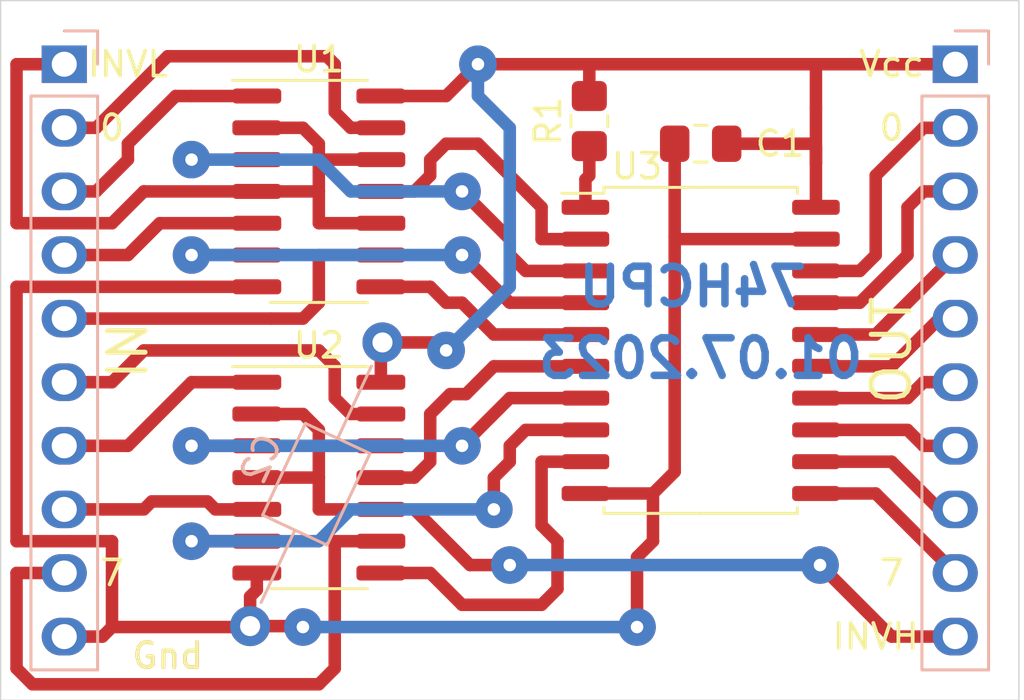
<source format=kicad_pcb>
(kicad_pcb (version 20171130) (host pcbnew "(5.1.8)-1")

  (general
    (thickness 1.6)
    (drawings 17)
    (tracks 226)
    (zones 0)
    (modules 8)
    (nets 30)
  )

  (page A4 portrait)
  (layers
    (0 F.Cu signal)
    (31 B.Cu signal)
    (32 B.Adhes user)
    (33 F.Adhes user)
    (34 B.Paste user)
    (35 F.Paste user)
    (36 B.SilkS user)
    (37 F.SilkS user)
    (38 B.Mask user)
    (39 F.Mask user)
    (40 Dwgs.User user)
    (41 Cmts.User user)
    (42 Eco1.User user)
    (43 Eco2.User user)
    (44 Edge.Cuts user)
    (45 Margin user)
    (46 B.CrtYd user)
    (47 F.CrtYd user)
    (48 B.Fab user)
    (49 F.Fab user)
  )

  (setup
    (last_trace_width 0.5)
    (user_trace_width 0.4)
    (user_trace_width 0.5)
    (user_trace_width 0.6)
    (user_trace_width 0.8)
    (trace_clearance 0.2)
    (zone_clearance 0.508)
    (zone_45_only no)
    (trace_min 0.4)
    (via_size 1.5)
    (via_drill 0.5)
    (via_min_size 1.5)
    (via_min_drill 0.5)
    (user_via 1.5 0.5)
    (uvia_size 0.3)
    (uvia_drill 0.1)
    (uvias_allowed no)
    (uvia_min_size 0.2)
    (uvia_min_drill 0.1)
    (edge_width 0.05)
    (segment_width 0.2)
    (pcb_text_width 0.3)
    (pcb_text_size 1.5 1.5)
    (mod_edge_width 0.12)
    (mod_text_size 1 1)
    (mod_text_width 0.15)
    (pad_size 1.524 1.524)
    (pad_drill 0.762)
    (pad_to_mask_clearance 0)
    (aux_axis_origin 76.2 38.1)
    (visible_elements 7FFFFFFF)
    (pcbplotparams
      (layerselection 0x010f0_ffffffff)
      (usegerberextensions true)
      (usegerberattributes false)
      (usegerberadvancedattributes false)
      (creategerberjobfile false)
      (excludeedgelayer true)
      (linewidth 0.100000)
      (plotframeref false)
      (viasonmask false)
      (mode 1)
      (useauxorigin true)
      (hpglpennumber 1)
      (hpglpenspeed 20)
      (hpglpendiameter 15.000000)
      (psnegative false)
      (psa4output false)
      (plotreference true)
      (plotvalue true)
      (plotinvisibletext false)
      (padsonsilk false)
      (subtractmaskfromsilk false)
      (outputformat 1)
      (mirror false)
      (drillshape 0)
      (scaleselection 1)
      (outputdirectory "gerber/"))
  )

  (net 0 "")
  (net 1 VCC)
  (net 2 GND)
  (net 3 /O7)
  (net 4 /O6)
  (net 5 /O5)
  (net 6 /O4)
  (net 7 /O3)
  (net 8 /O2)
  (net 9 /O1)
  (net 10 /O0)
  (net 11 /D7)
  (net 12 /D6)
  (net 13 /D5)
  (net 14 /D4)
  (net 15 /D3)
  (net 16 /D2)
  (net 17 /D1)
  (net 18 /D0)
  (net 19 /INVL)
  (net 20 /INVH)
  (net 21 "Net-(J2-Pad9)")
  (net 22 "Net-(J2-Pad8)")
  (net 23 "Net-(J2-Pad7)")
  (net 24 "Net-(J2-Pad6)")
  (net 25 "Net-(J2-Pad5)")
  (net 26 "Net-(J2-Pad4)")
  (net 27 "Net-(J2-Pad3)")
  (net 28 "Net-(J2-Pad2)")
  (net 29 "Net-(R1-Pad1)")

  (net_class Default "This is the default net class."
    (clearance 0.2)
    (trace_width 0.4)
    (via_dia 1.5)
    (via_drill 0.5)
    (uvia_dia 0.3)
    (uvia_drill 0.1)
    (diff_pair_width 0.5)
    (diff_pair_gap 0.25)
    (add_net /D0)
    (add_net /D1)
    (add_net /D2)
    (add_net /D3)
    (add_net /D4)
    (add_net /D5)
    (add_net /D6)
    (add_net /D7)
    (add_net /INVH)
    (add_net /INVL)
    (add_net /O0)
    (add_net /O1)
    (add_net /O2)
    (add_net /O3)
    (add_net /O4)
    (add_net /O5)
    (add_net /O6)
    (add_net /O7)
    (add_net GND)
    (add_net "Net-(J2-Pad2)")
    (add_net "Net-(J2-Pad3)")
    (add_net "Net-(J2-Pad4)")
    (add_net "Net-(J2-Pad5)")
    (add_net "Net-(J2-Pad6)")
    (add_net "Net-(J2-Pad7)")
    (add_net "Net-(J2-Pad8)")
    (add_net "Net-(J2-Pad9)")
    (add_net "Net-(R1-Pad1)")
    (add_net VCC)
  )

  (module Capacitor_SMD:C_0805_2012Metric_Pad1.18x1.45mm_HandSolder (layer F.Cu) (tedit 5F68FEEF) (tstamp 638673E5)
    (at 104.14 43.815 180)
    (descr "Capacitor SMD 0805 (2012 Metric), square (rectangular) end terminal, IPC_7351 nominal with elongated pad for handsoldering. (Body size source: IPC-SM-782 page 76, https://www.pcb-3d.com/wordpress/wp-content/uploads/ipc-sm-782a_amendment_1_and_2.pdf, https://docs.google.com/spreadsheets/d/1BsfQQcO9C6DZCsRaXUlFlo91Tg2WpOkGARC1WS5S8t0/edit?usp=sharing), generated with kicad-footprint-generator")
    (tags "capacitor handsolder")
    (path /6387E862)
    (attr smd)
    (fp_text reference C1 (at -3.175 0) (layer F.SilkS)
      (effects (font (size 1 1) (thickness 0.15)))
    )
    (fp_text value 0.1uF (at 0 1.68) (layer F.Fab)
      (effects (font (size 1 1) (thickness 0.15)))
    )
    (fp_text user %R (at 0 0) (layer F.Fab)
      (effects (font (size 0.5 0.5) (thickness 0.08)))
    )
    (fp_line (start -1 0.625) (end -1 -0.625) (layer F.Fab) (width 0.1))
    (fp_line (start -1 -0.625) (end 1 -0.625) (layer F.Fab) (width 0.1))
    (fp_line (start 1 -0.625) (end 1 0.625) (layer F.Fab) (width 0.1))
    (fp_line (start 1 0.625) (end -1 0.625) (layer F.Fab) (width 0.1))
    (fp_line (start -0.261252 -0.735) (end 0.261252 -0.735) (layer F.SilkS) (width 0.12))
    (fp_line (start -0.261252 0.735) (end 0.261252 0.735) (layer F.SilkS) (width 0.12))
    (fp_line (start -1.88 0.98) (end -1.88 -0.98) (layer F.CrtYd) (width 0.05))
    (fp_line (start -1.88 -0.98) (end 1.88 -0.98) (layer F.CrtYd) (width 0.05))
    (fp_line (start 1.88 -0.98) (end 1.88 0.98) (layer F.CrtYd) (width 0.05))
    (fp_line (start 1.88 0.98) (end -1.88 0.98) (layer F.CrtYd) (width 0.05))
    (pad 2 smd roundrect (at 1.0375 0 180) (size 1.175 1.45) (layers F.Cu F.Paste F.Mask) (roundrect_rratio 0.212766)
      (net 2 GND))
    (pad 1 smd roundrect (at -1.0375 0 180) (size 1.175 1.45) (layers F.Cu F.Paste F.Mask) (roundrect_rratio 0.212766)
      (net 1 VCC))
    (model ${KISYS3DMOD}/Capacitor_SMD.3dshapes/C_0805_2012Metric.wrl
      (at (xyz 0 0 0))
      (scale (xyz 1 1 1))
      (rotate (xyz 0 0 0))
    )
  )

  (module Capacitor_THT:C_Axial_L3.8mm_D2.6mm_P12.50mm_Horizontal (layer B.Cu) (tedit 5AE50EF0) (tstamp 649F74FD)
    (at 91.44 51.7525 245)
    (descr "C, Axial series, Axial, Horizontal, pin pitch=12.5mm, , length*diameter=3.8*2.6mm^2, http://www.vishay.com/docs/45231/arseries.pdf")
    (tags "C Axial series Axial Horizontal pin pitch 12.5mm  length 3.8mm diameter 2.6mm")
    (path /64A3782B)
    (fp_text reference C2 (at 6.25 2.42 245) (layer B.SilkS)
      (effects (font (size 1 1) (thickness 0.15)) (justify mirror))
    )
    (fp_text value 0.1uF (at 6.25 -2.42 245) (layer B.Fab)
      (effects (font (size 1 1) (thickness 0.15)) (justify mirror))
    )
    (fp_line (start 13.55 1.55) (end -1.05 1.55) (layer B.CrtYd) (width 0.05))
    (fp_line (start 13.55 -1.55) (end 13.55 1.55) (layer B.CrtYd) (width 0.05))
    (fp_line (start -1.05 -1.55) (end 13.55 -1.55) (layer B.CrtYd) (width 0.05))
    (fp_line (start -1.05 1.55) (end -1.05 -1.55) (layer B.CrtYd) (width 0.05))
    (fp_line (start 11.46 0) (end 8.27 0) (layer B.SilkS) (width 0.12))
    (fp_line (start 1.04 0) (end 4.23 0) (layer B.SilkS) (width 0.12))
    (fp_line (start 8.27 1.42) (end 4.23 1.42) (layer B.SilkS) (width 0.12))
    (fp_line (start 8.27 -1.42) (end 8.27 1.42) (layer B.SilkS) (width 0.12))
    (fp_line (start 4.23 -1.42) (end 8.27 -1.42) (layer B.SilkS) (width 0.12))
    (fp_line (start 4.23 1.42) (end 4.23 -1.42) (layer B.SilkS) (width 0.12))
    (fp_line (start 12.5 0) (end 8.15 0) (layer B.Fab) (width 0.1))
    (fp_line (start 0 0) (end 4.35 0) (layer B.Fab) (width 0.1))
    (fp_line (start 8.15 1.3) (end 4.35 1.3) (layer B.Fab) (width 0.1))
    (fp_line (start 8.15 -1.3) (end 8.15 1.3) (layer B.Fab) (width 0.1))
    (fp_line (start 4.35 -1.3) (end 8.15 -1.3) (layer B.Fab) (width 0.1))
    (fp_line (start 4.35 1.3) (end 4.35 -1.3) (layer B.Fab) (width 0.1))
    (fp_text user %R (at 6.25 0 245) (layer B.Fab)
      (effects (font (size 0.76 0.76) (thickness 0.114)) (justify mirror))
    )
    (pad 2 thru_hole oval (at 12.5 0 245) (size 1.6 1.6) (drill 0.8) (layers *.Cu *.Mask)
      (net 2 GND))
    (pad 1 thru_hole circle (at 0 0 245) (size 1.6 1.6) (drill 0.8) (layers *.Cu *.Mask)
      (net 1 VCC))
    (model ${KISYS3DMOD}/Capacitor_THT.3dshapes/C_Axial_L3.8mm_D2.6mm_P12.50mm_Horizontal.wrl
      (at (xyz 0 0 0))
      (scale (xyz 1 1 1))
      (rotate (xyz 0 0 0))
    )
  )

  (module Resistor_SMD:R_0805_2012Metric_Pad1.20x1.40mm_HandSolder (layer F.Cu) (tedit 5F68FEEE) (tstamp 649F711E)
    (at 99.695 42.91 90)
    (descr "Resistor SMD 0805 (2012 Metric), square (rectangular) end terminal, IPC_7351 nominal with elongated pad for handsoldering. (Body size source: IPC-SM-782 page 72, https://www.pcb-3d.com/wordpress/wp-content/uploads/ipc-sm-782a_amendment_1_and_2.pdf), generated with kicad-footprint-generator")
    (tags "resistor handsolder")
    (path /64A261F6)
    (attr smd)
    (fp_text reference R1 (at 0 -1.65 90) (layer F.SilkS)
      (effects (font (size 1 1) (thickness 0.15)))
    )
    (fp_text value 10k (at 0 1.65 90) (layer F.Fab)
      (effects (font (size 1 1) (thickness 0.15)))
    )
    (fp_line (start 1.85 0.95) (end -1.85 0.95) (layer F.CrtYd) (width 0.05))
    (fp_line (start 1.85 -0.95) (end 1.85 0.95) (layer F.CrtYd) (width 0.05))
    (fp_line (start -1.85 -0.95) (end 1.85 -0.95) (layer F.CrtYd) (width 0.05))
    (fp_line (start -1.85 0.95) (end -1.85 -0.95) (layer F.CrtYd) (width 0.05))
    (fp_line (start -0.227064 0.735) (end 0.227064 0.735) (layer F.SilkS) (width 0.12))
    (fp_line (start -0.227064 -0.735) (end 0.227064 -0.735) (layer F.SilkS) (width 0.12))
    (fp_line (start 1 0.625) (end -1 0.625) (layer F.Fab) (width 0.1))
    (fp_line (start 1 -0.625) (end 1 0.625) (layer F.Fab) (width 0.1))
    (fp_line (start -1 -0.625) (end 1 -0.625) (layer F.Fab) (width 0.1))
    (fp_line (start -1 0.625) (end -1 -0.625) (layer F.Fab) (width 0.1))
    (fp_text user %R (at 0 0 90) (layer F.Fab)
      (effects (font (size 0.5 0.5) (thickness 0.08)))
    )
    (pad 2 smd roundrect (at 1 0 90) (size 1.2 1.4) (layers F.Cu F.Paste F.Mask) (roundrect_rratio 0.208333)
      (net 1 VCC))
    (pad 1 smd roundrect (at -1 0 90) (size 1.2 1.4) (layers F.Cu F.Paste F.Mask) (roundrect_rratio 0.208333)
      (net 29 "Net-(R1-Pad1)"))
    (model ${KISYS3DMOD}/Resistor_SMD.3dshapes/R_0805_2012Metric.wrl
      (at (xyz 0 0 0))
      (scale (xyz 1 1 1))
      (rotate (xyz 0 0 0))
    )
  )

  (module Package_SO:SOP-20_7.5x12.8mm_P1.27mm (layer F.Cu) (tedit 5F4D0A3D) (tstamp 649F5C94)
    (at 104.14 52.07)
    (descr "SOP, 20 Pin (https://www.holtek.com/documents/10179/116723/sop20-300.pdf), generated with kicad-footprint-generator ipc_gullwing_generator.py")
    (tags "SOP SO")
    (path /649F7611)
    (attr smd)
    (fp_text reference U3 (at -2.54 -7.35) (layer F.SilkS)
      (effects (font (size 1 1) (thickness 0.15)))
    )
    (fp_text value 74HC245 (at 0 7.35) (layer F.Fab)
      (effects (font (size 1 1) (thickness 0.15)))
    )
    (fp_line (start 0 6.51) (end 3.86 6.51) (layer F.SilkS) (width 0.12))
    (fp_line (start 3.86 6.51) (end 3.86 6.275) (layer F.SilkS) (width 0.12))
    (fp_line (start 0 6.51) (end -3.86 6.51) (layer F.SilkS) (width 0.12))
    (fp_line (start -3.86 6.51) (end -3.86 6.275) (layer F.SilkS) (width 0.12))
    (fp_line (start 0 -6.51) (end 3.86 -6.51) (layer F.SilkS) (width 0.12))
    (fp_line (start 3.86 -6.51) (end 3.86 -6.275) (layer F.SilkS) (width 0.12))
    (fp_line (start 0 -6.51) (end -3.86 -6.51) (layer F.SilkS) (width 0.12))
    (fp_line (start -3.86 -6.51) (end -3.86 -6.275) (layer F.SilkS) (width 0.12))
    (fp_line (start -3.86 -6.275) (end -5.55 -6.275) (layer F.SilkS) (width 0.12))
    (fp_line (start -2.75 -6.4) (end 3.75 -6.4) (layer F.Fab) (width 0.1))
    (fp_line (start 3.75 -6.4) (end 3.75 6.4) (layer F.Fab) (width 0.1))
    (fp_line (start 3.75 6.4) (end -3.75 6.4) (layer F.Fab) (width 0.1))
    (fp_line (start -3.75 6.4) (end -3.75 -5.4) (layer F.Fab) (width 0.1))
    (fp_line (start -3.75 -5.4) (end -2.75 -6.4) (layer F.Fab) (width 0.1))
    (fp_line (start -5.8 -6.65) (end -5.8 6.65) (layer F.CrtYd) (width 0.05))
    (fp_line (start -5.8 6.65) (end 5.8 6.65) (layer F.CrtYd) (width 0.05))
    (fp_line (start 5.8 6.65) (end 5.8 -6.65) (layer F.CrtYd) (width 0.05))
    (fp_line (start 5.8 -6.65) (end -5.8 -6.65) (layer F.CrtYd) (width 0.05))
    (fp_text user %R (at 0 0) (layer F.Fab)
      (effects (font (size 1 1) (thickness 0.15)))
    )
    (pad 20 smd roundrect (at 4.6 -5.715) (size 1.9 0.6) (layers F.Cu F.Paste F.Mask) (roundrect_rratio 0.25)
      (net 1 VCC))
    (pad 19 smd roundrect (at 4.6 -4.445) (size 1.9 0.6) (layers F.Cu F.Paste F.Mask) (roundrect_rratio 0.25)
      (net 2 GND))
    (pad 18 smd roundrect (at 4.6 -3.175) (size 1.9 0.6) (layers F.Cu F.Paste F.Mask) (roundrect_rratio 0.25)
      (net 28 "Net-(J2-Pad2)"))
    (pad 17 smd roundrect (at 4.6 -1.905) (size 1.9 0.6) (layers F.Cu F.Paste F.Mask) (roundrect_rratio 0.25)
      (net 27 "Net-(J2-Pad3)"))
    (pad 16 smd roundrect (at 4.6 -0.635) (size 1.9 0.6) (layers F.Cu F.Paste F.Mask) (roundrect_rratio 0.25)
      (net 26 "Net-(J2-Pad4)"))
    (pad 15 smd roundrect (at 4.6 0.635) (size 1.9 0.6) (layers F.Cu F.Paste F.Mask) (roundrect_rratio 0.25)
      (net 25 "Net-(J2-Pad5)"))
    (pad 14 smd roundrect (at 4.6 1.905) (size 1.9 0.6) (layers F.Cu F.Paste F.Mask) (roundrect_rratio 0.25)
      (net 24 "Net-(J2-Pad6)"))
    (pad 13 smd roundrect (at 4.6 3.175) (size 1.9 0.6) (layers F.Cu F.Paste F.Mask) (roundrect_rratio 0.25)
      (net 23 "Net-(J2-Pad7)"))
    (pad 12 smd roundrect (at 4.6 4.445) (size 1.9 0.6) (layers F.Cu F.Paste F.Mask) (roundrect_rratio 0.25)
      (net 22 "Net-(J2-Pad8)"))
    (pad 11 smd roundrect (at 4.6 5.715) (size 1.9 0.6) (layers F.Cu F.Paste F.Mask) (roundrect_rratio 0.25)
      (net 21 "Net-(J2-Pad9)"))
    (pad 10 smd roundrect (at -4.6 5.715) (size 1.9 0.6) (layers F.Cu F.Paste F.Mask) (roundrect_rratio 0.25)
      (net 2 GND))
    (pad 9 smd roundrect (at -4.6 4.445) (size 1.9 0.6) (layers F.Cu F.Paste F.Mask) (roundrect_rratio 0.25)
      (net 3 /O7))
    (pad 8 smd roundrect (at -4.6 3.175) (size 1.9 0.6) (layers F.Cu F.Paste F.Mask) (roundrect_rratio 0.25)
      (net 4 /O6))
    (pad 7 smd roundrect (at -4.6 1.905) (size 1.9 0.6) (layers F.Cu F.Paste F.Mask) (roundrect_rratio 0.25)
      (net 5 /O5))
    (pad 6 smd roundrect (at -4.6 0.635) (size 1.9 0.6) (layers F.Cu F.Paste F.Mask) (roundrect_rratio 0.25)
      (net 6 /O4))
    (pad 5 smd roundrect (at -4.6 -0.635) (size 1.9 0.6) (layers F.Cu F.Paste F.Mask) (roundrect_rratio 0.25)
      (net 7 /O3))
    (pad 4 smd roundrect (at -4.6 -1.905) (size 1.9 0.6) (layers F.Cu F.Paste F.Mask) (roundrect_rratio 0.25)
      (net 8 /O2))
    (pad 3 smd roundrect (at -4.6 -3.175) (size 1.9 0.6) (layers F.Cu F.Paste F.Mask) (roundrect_rratio 0.25)
      (net 9 /O1))
    (pad 2 smd roundrect (at -4.6 -4.445) (size 1.9 0.6) (layers F.Cu F.Paste F.Mask) (roundrect_rratio 0.25)
      (net 10 /O0))
    (pad 1 smd roundrect (at -4.6 -5.715) (size 1.9 0.6) (layers F.Cu F.Paste F.Mask) (roundrect_rratio 0.25)
      (net 29 "Net-(R1-Pad1)"))
    (model ${KISYS3DMOD}/Package_SO.3dshapes/SOP-20_7.5x12.8mm_P1.27mm.wrl
      (at (xyz 0 0 0))
      (scale (xyz 1 1 1))
      (rotate (xyz 0 0 0))
    )
  )

  (module Connector_PinHeader_2.54mm:PinHeader_1x10_P2.54mm_Vertical (layer B.Cu) (tedit 59FED5CC) (tstamp 63867421)
    (at 114.3 40.64 180)
    (descr "Through hole straight pin header, 1x10, 2.54mm pitch, single row")
    (tags "Through hole pin header THT 1x10 2.54mm single row")
    (path /638C9111)
    (fp_text reference J2 (at 2.54 1.27) (layer B.SilkS) hide
      (effects (font (size 1 1) (thickness 0.15)) (justify mirror))
    )
    (fp_text value Conn_01x10_Male (at -1.905 -11.43 90) (layer B.Fab)
      (effects (font (size 1 1) (thickness 0.15)) (justify mirror))
    )
    (fp_line (start 1.8 1.8) (end -1.8 1.8) (layer B.CrtYd) (width 0.05))
    (fp_line (start 1.8 -24.65) (end 1.8 1.8) (layer B.CrtYd) (width 0.05))
    (fp_line (start -1.8 -24.65) (end 1.8 -24.65) (layer B.CrtYd) (width 0.05))
    (fp_line (start -1.8 1.8) (end -1.8 -24.65) (layer B.CrtYd) (width 0.05))
    (fp_line (start -1.33 1.33) (end 0 1.33) (layer B.SilkS) (width 0.12))
    (fp_line (start -1.33 0) (end -1.33 1.33) (layer B.SilkS) (width 0.12))
    (fp_line (start -1.33 -1.27) (end 1.33 -1.27) (layer B.SilkS) (width 0.12))
    (fp_line (start 1.33 -1.27) (end 1.33 -24.19) (layer B.SilkS) (width 0.12))
    (fp_line (start -1.33 -1.27) (end -1.33 -24.19) (layer B.SilkS) (width 0.12))
    (fp_line (start -1.33 -24.19) (end 1.33 -24.19) (layer B.SilkS) (width 0.12))
    (fp_line (start -1.27 0.635) (end -0.635 1.27) (layer B.Fab) (width 0.1))
    (fp_line (start -1.27 -24.13) (end -1.27 0.635) (layer B.Fab) (width 0.1))
    (fp_line (start 1.27 -24.13) (end -1.27 -24.13) (layer B.Fab) (width 0.1))
    (fp_line (start 1.27 1.27) (end 1.27 -24.13) (layer B.Fab) (width 0.1))
    (fp_line (start -0.635 1.27) (end 1.27 1.27) (layer B.Fab) (width 0.1))
    (fp_text user %R (at 0 -11.43 270) (layer B.Fab)
      (effects (font (size 1 1) (thickness 0.15)) (justify mirror))
    )
    (pad 10 thru_hole oval (at 0 -22.86 180) (size 1.8 1.5) (drill 1) (layers *.Cu *.Mask)
      (net 20 /INVH))
    (pad 9 thru_hole oval (at 0 -20.32 180) (size 1.8 1.5) (drill 1) (layers *.Cu *.Mask)
      (net 21 "Net-(J2-Pad9)"))
    (pad 8 thru_hole oval (at 0 -17.78 180) (size 1.8 1.5) (drill 1) (layers *.Cu *.Mask)
      (net 22 "Net-(J2-Pad8)"))
    (pad 7 thru_hole oval (at 0 -15.24 180) (size 1.8 1.5) (drill 1) (layers *.Cu *.Mask)
      (net 23 "Net-(J2-Pad7)"))
    (pad 6 thru_hole oval (at 0 -12.7 180) (size 1.8 1.5) (drill 1) (layers *.Cu *.Mask)
      (net 24 "Net-(J2-Pad6)"))
    (pad 5 thru_hole oval (at 0 -10.16 180) (size 1.8 1.5) (drill 1) (layers *.Cu *.Mask)
      (net 25 "Net-(J2-Pad5)"))
    (pad 4 thru_hole oval (at 0 -7.62 180) (size 1.8 1.5) (drill 1) (layers *.Cu *.Mask)
      (net 26 "Net-(J2-Pad4)"))
    (pad 3 thru_hole oval (at 0 -5.08 180) (size 1.8 1.5) (drill 1) (layers *.Cu *.Mask)
      (net 27 "Net-(J2-Pad3)"))
    (pad 2 thru_hole oval (at 0 -2.54 180) (size 1.8 1.5) (drill 1) (layers *.Cu *.Mask)
      (net 28 "Net-(J2-Pad2)"))
    (pad 1 thru_hole rect (at 0 0 180) (size 1.8 1.5) (drill 1) (layers *.Cu *.Mask)
      (net 1 VCC))
    (model ${KISYS3DMOD}/Connector_PinHeader_2.54mm.3dshapes/PinHeader_1x10_P2.54mm_Vertical.wrl
      (at (xyz 0 0 0))
      (scale (xyz 1 1 1))
      (rotate (xyz 0 0 0))
    )
  )

  (module Connector_PinHeader_2.54mm:PinHeader_1x10_P2.54mm_Vertical (layer B.Cu) (tedit 59FED5CC) (tstamp 63867403)
    (at 78.74 40.64 180)
    (descr "Through hole straight pin header, 1x10, 2.54mm pitch, single row")
    (tags "Through hole pin header THT 1x10 2.54mm single row")
    (path /638C75A4)
    (fp_text reference J1 (at -2.54 1.27) (layer B.SilkS) hide
      (effects (font (size 1 1) (thickness 0.15)) (justify mirror))
    )
    (fp_text value Conn_01x10_Male (at 1.27 -11.43 90) (layer B.Fab)
      (effects (font (size 1 1) (thickness 0.15)) (justify mirror))
    )
    (fp_line (start 1.8 1.8) (end -1.8 1.8) (layer B.CrtYd) (width 0.05))
    (fp_line (start 1.8 -24.65) (end 1.8 1.8) (layer B.CrtYd) (width 0.05))
    (fp_line (start -1.8 -24.65) (end 1.8 -24.65) (layer B.CrtYd) (width 0.05))
    (fp_line (start -1.8 1.8) (end -1.8 -24.65) (layer B.CrtYd) (width 0.05))
    (fp_line (start -1.33 1.33) (end 0 1.33) (layer B.SilkS) (width 0.12))
    (fp_line (start -1.33 0) (end -1.33 1.33) (layer B.SilkS) (width 0.12))
    (fp_line (start -1.33 -1.27) (end 1.33 -1.27) (layer B.SilkS) (width 0.12))
    (fp_line (start 1.33 -1.27) (end 1.33 -24.19) (layer B.SilkS) (width 0.12))
    (fp_line (start -1.33 -1.27) (end -1.33 -24.19) (layer B.SilkS) (width 0.12))
    (fp_line (start -1.33 -24.19) (end 1.33 -24.19) (layer B.SilkS) (width 0.12))
    (fp_line (start -1.27 0.635) (end -0.635 1.27) (layer B.Fab) (width 0.1))
    (fp_line (start -1.27 -24.13) (end -1.27 0.635) (layer B.Fab) (width 0.1))
    (fp_line (start 1.27 -24.13) (end -1.27 -24.13) (layer B.Fab) (width 0.1))
    (fp_line (start 1.27 1.27) (end 1.27 -24.13) (layer B.Fab) (width 0.1))
    (fp_line (start -0.635 1.27) (end 1.27 1.27) (layer B.Fab) (width 0.1))
    (fp_text user %R (at 0 -11.43 270) (layer B.Fab)
      (effects (font (size 1 1) (thickness 0.15)) (justify mirror))
    )
    (pad 10 thru_hole oval (at 0 -22.86 180) (size 1.8 1.5) (drill 1) (layers *.Cu *.Mask)
      (net 2 GND))
    (pad 9 thru_hole oval (at 0 -20.32 180) (size 1.8 1.5) (drill 1) (layers *.Cu *.Mask)
      (net 11 /D7))
    (pad 8 thru_hole oval (at 0 -17.78 180) (size 1.8 1.5) (drill 1) (layers *.Cu *.Mask)
      (net 12 /D6))
    (pad 7 thru_hole oval (at 0 -15.24 180) (size 1.8 1.5) (drill 1) (layers *.Cu *.Mask)
      (net 13 /D5))
    (pad 6 thru_hole oval (at 0 -12.7 180) (size 1.8 1.5) (drill 1) (layers *.Cu *.Mask)
      (net 14 /D4))
    (pad 5 thru_hole oval (at 0 -10.16 180) (size 1.8 1.5) (drill 1) (layers *.Cu *.Mask)
      (net 15 /D3))
    (pad 4 thru_hole oval (at 0 -7.62 180) (size 1.8 1.5) (drill 1) (layers *.Cu *.Mask)
      (net 16 /D2))
    (pad 3 thru_hole oval (at 0 -5.08 180) (size 1.8 1.5) (drill 1) (layers *.Cu *.Mask)
      (net 17 /D1))
    (pad 2 thru_hole oval (at 0 -2.54 180) (size 1.8 1.5) (drill 1) (layers *.Cu *.Mask)
      (net 18 /D0))
    (pad 1 thru_hole rect (at 0 0 180) (size 1.8 1.5) (drill 1) (layers *.Cu *.Mask)
      (net 19 /INVL))
    (model ${KISYS3DMOD}/Connector_PinHeader_2.54mm.3dshapes/PinHeader_1x10_P2.54mm_Vertical.wrl
      (at (xyz 0 0 0))
      (scale (xyz 1 1 1))
      (rotate (xyz 0 0 0))
    )
  )

  (module Package_SO:SO-14_3.9x8.65mm_P1.27mm (layer F.Cu) (tedit 5F427CE7) (tstamp 63866E4D)
    (at 88.9 45.72)
    (descr "SO, 14 Pin (https://www.st.com/resource/en/datasheet/l6491.pdf), generated with kicad-footprint-generator ipc_gullwing_generator.py")
    (tags "SO SO")
    (path /63868234)
    (attr smd)
    (fp_text reference U1 (at 0 -5.28) (layer F.SilkS)
      (effects (font (size 1 1) (thickness 0.15)))
    )
    (fp_text value 74HC86 (at 0 5.28) (layer F.Fab)
      (effects (font (size 1 1) (thickness 0.15)))
    )
    (fp_line (start 3.7 -4.58) (end -3.7 -4.58) (layer F.CrtYd) (width 0.05))
    (fp_line (start 3.7 4.58) (end 3.7 -4.58) (layer F.CrtYd) (width 0.05))
    (fp_line (start -3.7 4.58) (end 3.7 4.58) (layer F.CrtYd) (width 0.05))
    (fp_line (start -3.7 -4.58) (end -3.7 4.58) (layer F.CrtYd) (width 0.05))
    (fp_line (start -1.95 -3.35) (end -0.975 -4.325) (layer F.Fab) (width 0.1))
    (fp_line (start -1.95 4.325) (end -1.95 -3.35) (layer F.Fab) (width 0.1))
    (fp_line (start 1.95 4.325) (end -1.95 4.325) (layer F.Fab) (width 0.1))
    (fp_line (start 1.95 -4.325) (end 1.95 4.325) (layer F.Fab) (width 0.1))
    (fp_line (start -0.975 -4.325) (end 1.95 -4.325) (layer F.Fab) (width 0.1))
    (fp_line (start 0 -4.435) (end -3.45 -4.435) (layer F.SilkS) (width 0.12))
    (fp_line (start 0 -4.435) (end 1.95 -4.435) (layer F.SilkS) (width 0.12))
    (fp_line (start 0 4.435) (end -1.95 4.435) (layer F.SilkS) (width 0.12))
    (fp_line (start 0 4.435) (end 1.95 4.435) (layer F.SilkS) (width 0.12))
    (fp_text user %R (at 0 0) (layer F.Fab)
      (effects (font (size 0.98 0.98) (thickness 0.15)))
    )
    (pad 1 smd roundrect (at -2.475 -3.81) (size 1.95 0.6) (layers F.Cu F.Paste F.Mask) (roundrect_rratio 0.25)
      (net 17 /D1))
    (pad 2 smd roundrect (at -2.475 -2.54) (size 1.95 0.6) (layers F.Cu F.Paste F.Mask) (roundrect_rratio 0.25)
      (net 19 /INVL))
    (pad 3 smd roundrect (at -2.475 -1.27) (size 1.95 0.6) (layers F.Cu F.Paste F.Mask) (roundrect_rratio 0.25)
      (net 9 /O1))
    (pad 4 smd roundrect (at -2.475 0) (size 1.95 0.6) (layers F.Cu F.Paste F.Mask) (roundrect_rratio 0.25)
      (net 19 /INVL))
    (pad 5 smd roundrect (at -2.475 1.27) (size 1.95 0.6) (layers F.Cu F.Paste F.Mask) (roundrect_rratio 0.25)
      (net 16 /D2))
    (pad 6 smd roundrect (at -2.475 2.54) (size 1.95 0.6) (layers F.Cu F.Paste F.Mask) (roundrect_rratio 0.25)
      (net 8 /O2))
    (pad 7 smd roundrect (at -2.475 3.81) (size 1.95 0.6) (layers F.Cu F.Paste F.Mask) (roundrect_rratio 0.25)
      (net 2 GND))
    (pad 8 smd roundrect (at 2.475 3.81) (size 1.95 0.6) (layers F.Cu F.Paste F.Mask) (roundrect_rratio 0.25)
      (net 7 /O3))
    (pad 9 smd roundrect (at 2.475 2.54) (size 1.95 0.6) (layers F.Cu F.Paste F.Mask) (roundrect_rratio 0.25)
      (net 15 /D3))
    (pad 10 smd roundrect (at 2.475 1.27) (size 1.95 0.6) (layers F.Cu F.Paste F.Mask) (roundrect_rratio 0.25)
      (net 19 /INVL))
    (pad 11 smd roundrect (at 2.475 0) (size 1.95 0.6) (layers F.Cu F.Paste F.Mask) (roundrect_rratio 0.25)
      (net 10 /O0))
    (pad 12 smd roundrect (at 2.475 -1.27) (size 1.95 0.6) (layers F.Cu F.Paste F.Mask) (roundrect_rratio 0.25)
      (net 19 /INVL))
    (pad 13 smd roundrect (at 2.475 -2.54) (size 1.95 0.6) (layers F.Cu F.Paste F.Mask) (roundrect_rratio 0.25)
      (net 18 /D0))
    (pad 14 smd roundrect (at 2.475 -3.81) (size 1.95 0.6) (layers F.Cu F.Paste F.Mask) (roundrect_rratio 0.25)
      (net 1 VCC))
    (model ${KISYS3DMOD}/Package_SO.3dshapes/SO-14_3.9x8.65mm_P1.27mm.wrl
      (at (xyz 0 0 0))
      (scale (xyz 1 1 1))
      (rotate (xyz 0 0 0))
    )
  )

  (module Package_SO:SO-14_3.9x8.65mm_P1.27mm (layer F.Cu) (tedit 5F427CE7) (tstamp 63866E6D)
    (at 88.9 57.15)
    (descr "SO, 14 Pin (https://www.st.com/resource/en/datasheet/l6491.pdf), generated with kicad-footprint-generator ipc_gullwing_generator.py")
    (tags "SO SO")
    (path /63875B1D)
    (attr smd)
    (fp_text reference U2 (at 0 -5.28) (layer F.SilkS)
      (effects (font (size 1 1) (thickness 0.15)))
    )
    (fp_text value 74HC86 (at 0 5.28) (layer F.Fab)
      (effects (font (size 1 1) (thickness 0.15)))
    )
    (fp_line (start 0 4.435) (end 1.95 4.435) (layer F.SilkS) (width 0.12))
    (fp_line (start 0 4.435) (end -1.95 4.435) (layer F.SilkS) (width 0.12))
    (fp_line (start 0 -4.435) (end 1.95 -4.435) (layer F.SilkS) (width 0.12))
    (fp_line (start 0 -4.435) (end -3.45 -4.435) (layer F.SilkS) (width 0.12))
    (fp_line (start -0.975 -4.325) (end 1.95 -4.325) (layer F.Fab) (width 0.1))
    (fp_line (start 1.95 -4.325) (end 1.95 4.325) (layer F.Fab) (width 0.1))
    (fp_line (start 1.95 4.325) (end -1.95 4.325) (layer F.Fab) (width 0.1))
    (fp_line (start -1.95 4.325) (end -1.95 -3.35) (layer F.Fab) (width 0.1))
    (fp_line (start -1.95 -3.35) (end -0.975 -4.325) (layer F.Fab) (width 0.1))
    (fp_line (start -3.7 -4.58) (end -3.7 4.58) (layer F.CrtYd) (width 0.05))
    (fp_line (start -3.7 4.58) (end 3.7 4.58) (layer F.CrtYd) (width 0.05))
    (fp_line (start 3.7 4.58) (end 3.7 -4.58) (layer F.CrtYd) (width 0.05))
    (fp_line (start 3.7 -4.58) (end -3.7 -4.58) (layer F.CrtYd) (width 0.05))
    (fp_text user %R (at 0 0) (layer F.Fab)
      (effects (font (size 0.98 0.98) (thickness 0.15)))
    )
    (pad 14 smd roundrect (at 2.475 -3.81) (size 1.95 0.6) (layers F.Cu F.Paste F.Mask) (roundrect_rratio 0.25)
      (net 1 VCC))
    (pad 13 smd roundrect (at 2.475 -2.54) (size 1.95 0.6) (layers F.Cu F.Paste F.Mask) (roundrect_rratio 0.25)
      (net 14 /D4))
    (pad 12 smd roundrect (at 2.475 -1.27) (size 1.95 0.6) (layers F.Cu F.Paste F.Mask) (roundrect_rratio 0.25)
      (net 20 /INVH))
    (pad 11 smd roundrect (at 2.475 0) (size 1.95 0.6) (layers F.Cu F.Paste F.Mask) (roundrect_rratio 0.25)
      (net 6 /O4))
    (pad 10 smd roundrect (at 2.475 1.27) (size 1.95 0.6) (layers F.Cu F.Paste F.Mask) (roundrect_rratio 0.25)
      (net 20 /INVH))
    (pad 9 smd roundrect (at 2.475 2.54) (size 1.95 0.6) (layers F.Cu F.Paste F.Mask) (roundrect_rratio 0.25)
      (net 11 /D7))
    (pad 8 smd roundrect (at 2.475 3.81) (size 1.95 0.6) (layers F.Cu F.Paste F.Mask) (roundrect_rratio 0.25)
      (net 3 /O7))
    (pad 7 smd roundrect (at -2.475 3.81) (size 1.95 0.6) (layers F.Cu F.Paste F.Mask) (roundrect_rratio 0.25)
      (net 2 GND))
    (pad 6 smd roundrect (at -2.475 2.54) (size 1.95 0.6) (layers F.Cu F.Paste F.Mask) (roundrect_rratio 0.25)
      (net 4 /O6))
    (pad 5 smd roundrect (at -2.475 1.27) (size 1.95 0.6) (layers F.Cu F.Paste F.Mask) (roundrect_rratio 0.25)
      (net 12 /D6))
    (pad 4 smd roundrect (at -2.475 0) (size 1.95 0.6) (layers F.Cu F.Paste F.Mask) (roundrect_rratio 0.25)
      (net 20 /INVH))
    (pad 3 smd roundrect (at -2.475 -1.27) (size 1.95 0.6) (layers F.Cu F.Paste F.Mask) (roundrect_rratio 0.25)
      (net 5 /O5))
    (pad 2 smd roundrect (at -2.475 -2.54) (size 1.95 0.6) (layers F.Cu F.Paste F.Mask) (roundrect_rratio 0.25)
      (net 20 /INVH))
    (pad 1 smd roundrect (at -2.475 -3.81) (size 1.95 0.6) (layers F.Cu F.Paste F.Mask) (roundrect_rratio 0.25)
      (net 13 /D5))
    (model ${KISYS3DMOD}/Package_SO.3dshapes/SO-14_3.9x8.65mm_P1.27mm.wrl
      (at (xyz 0 0 0))
      (scale (xyz 1 1 1))
      (rotate (xyz 0 0 0))
    )
  )

  (gr_text INVH (at 111.125 63.5) (layer F.SilkS) (tstamp 649DF5AA)
    (effects (font (size 1 1) (thickness 0.15)))
  )
  (gr_text INVL (at 81.28 40.64) (layer F.SilkS)
    (effects (font (size 1 1) (thickness 0.15)))
  )
  (gr_text Gnd (at 82.8675 64.262) (layer F.Cu) (tstamp 63843D85)
    (effects (font (size 1 1) (thickness 0.15)))
  )
  (gr_text 7 (at 111.76 60.96) (layer F.SilkS)
    (effects (font (size 1 1) (thickness 0.15)))
  )
  (gr_text 0 (at 111.76 43.18) (layer F.SilkS)
    (effects (font (size 1 1) (thickness 0.15)))
  )
  (gr_text 7 (at 80.645 60.96) (layer F.SilkS)
    (effects (font (size 1 1) (thickness 0.15)))
  )
  (gr_text 0 (at 80.645 43.18) (layer F.SilkS)
    (effects (font (size 1 1) (thickness 0.15)))
  )
  (gr_text OUT (at 111.76 52.07 90) (layer F.SilkS) (tstamp 63843B19)
    (effects (font (size 1.5 1.5) (thickness 0.2)))
  )
  (gr_text IN (at 81.28 52.07 90) (layer F.SilkS)
    (effects (font (size 1.5 1.5) (thickness 0.2)))
  )
  (gr_text Gnd (at 82.8675 64.262) (layer F.SilkS)
    (effects (font (size 1 1) (thickness 0.15)))
  )
  (gr_text Vcc (at 111.76 40.64) (layer F.SilkS)
    (effects (font (size 1 1) (thickness 0.15)))
  )
  (gr_text 74HCPU (at 103.8225 49.53) (layer B.Cu) (tstamp 63843981)
    (effects (font (size 1.5 1.5) (thickness 0.3)) (justify mirror))
  )
  (gr_text 01.07.2023 (at 104.14 52.3875) (layer B.Cu)
    (effects (font (size 1.5 1.5) (thickness 0.3)) (justify mirror))
  )
  (gr_line (start 76.2 38.1) (end 76.2 66.04) (layer Edge.Cuts) (width 0.05) (tstamp 6383F8D8))
  (gr_line (start 116.84 38.1) (end 76.2 38.1) (layer Edge.Cuts) (width 0.05))
  (gr_line (start 116.84 66.04) (end 116.84 38.1) (layer Edge.Cuts) (width 0.05))
  (gr_line (start 76.2 66.04) (end 116.84 66.04) (layer Edge.Cuts) (width 0.05))

  (segment (start 93.98 41.91) (end 95.25 40.64) (width 0.5) (layer F.Cu) (net 1))
  (segment (start 91.375 41.91) (end 93.98 41.91) (width 0.5) (layer F.Cu) (net 1))
  (segment (start 93.98 52.07) (end 93.98 52.07) (width 0.5) (layer F.Cu) (net 1))
  (segment (start 95.25 40.64) (end 98.425 40.64) (width 0.5) (layer F.Cu) (net 1))
  (segment (start 108.585 40.64) (end 114.3 40.64) (width 0.5) (layer F.Cu) (net 1))
  (segment (start 108.585 43.815) (end 108.74 43.97) (width 0.5) (layer F.Cu) (net 1))
  (segment (start 105.1775 43.815) (end 108.585 43.815) (width 0.5) (layer F.Cu) (net 1))
  (segment (start 108.74 43.97) (end 108.74 44.605) (width 0.5) (layer F.Cu) (net 1))
  (segment (start 108.74 44.605) (end 108.74 46.355) (width 0.5) (layer F.Cu) (net 1))
  (segment (start 108.74 42.39) (end 108.74 40.795) (width 0.5) (layer F.Cu) (net 1))
  (segment (start 108.74 40.795) (end 108.585 40.64) (width 0.5) (layer F.Cu) (net 1))
  (segment (start 108.74 44.605) (end 108.74 42.39) (width 0.5) (layer F.Cu) (net 1))
  (segment (start 99.695 40.64) (end 99.695 41.91) (width 0.5) (layer F.Cu) (net 1))
  (segment (start 98.425 40.64) (end 99.695 40.64) (width 0.5) (layer F.Cu) (net 1))
  (segment (start 99.695 40.64) (end 108.585 40.64) (width 0.5) (layer F.Cu) (net 1))
  (via (at 93.98 52.07) (size 1.5) (drill 0.5) (layers F.Cu B.Cu) (net 1))
  (segment (start 95.25 40.64) (end 95.25 40.64) (width 0.5) (layer F.Cu) (net 1) (tstamp 649F7B92))
  (via (at 95.25 40.64) (size 1.5) (drill 0.5) (layers F.Cu B.Cu) (net 1))
  (segment (start 95.25 41.91) (end 95.25 40.64) (width 0.5) (layer B.Cu) (net 1))
  (segment (start 96.52 43.18) (end 95.25 41.91) (width 0.5) (layer B.Cu) (net 1))
  (segment (start 96.52 49.53) (end 96.52 43.18) (width 0.5) (layer B.Cu) (net 1))
  (segment (start 93.98 52.07) (end 96.52 49.53) (width 0.5) (layer B.Cu) (net 1))
  (segment (start 91.375 52.135) (end 91.7575 51.7525) (width 0.5) (layer F.Cu) (net 1))
  (segment (start 91.375 53.34) (end 91.375 52.135) (width 0.5) (layer F.Cu) (net 1))
  (segment (start 93.6625 51.7525) (end 93.98 52.07) (width 0.5) (layer F.Cu) (net 1))
  (segment (start 91.7575 51.7525) (end 93.6625 51.7525) (width 0.5) (layer F.Cu) (net 1))
  (segment (start 86.36 61.025) (end 86.425 60.96) (width 0.5) (layer F.Cu) (net 2))
  (segment (start 76.835 49.53) (end 76.835 59.69) (width 0.5) (layer F.Cu) (net 2))
  (segment (start 86.425 49.53) (end 76.835 49.53) (width 0.5) (layer F.Cu) (net 2))
  (segment (start 76.835 59.69) (end 80.645 59.69) (width 0.5) (layer F.Cu) (net 2))
  (segment (start 80.645 59.69) (end 80.645 63.119) (width 0.5) (layer F.Cu) (net 2))
  (segment (start 102.235 57.785) (end 99.54 57.785) (width 0.5) (layer F.Cu) (net 2))
  (segment (start 103.1025 56.9175) (end 102.235 57.785) (width 0.5) (layer F.Cu) (net 2))
  (segment (start 103.1025 43.815) (end 103.1025 47.54) (width 0.5) (layer F.Cu) (net 2))
  (segment (start 103.1025 47.54) (end 103.1025 56.9175) (width 0.5) (layer F.Cu) (net 2))
  (segment (start 103.1875 47.625) (end 103.1025 47.54) (width 0.5) (layer F.Cu) (net 2))
  (segment (start 108.74 47.625) (end 103.1875 47.625) (width 0.5) (layer F.Cu) (net 2))
  (segment (start 101.6 63.5) (end 101.6 63.5) (width 0.5) (layer B.Cu) (net 2) (tstamp 649F807B))
  (via (at 101.6 63.119) (size 1.5) (drill 0.5) (layers F.Cu B.Cu) (net 2))
  (segment (start 102.235 59.69) (end 102.235 59.69) (width 0.5) (layer F.Cu) (net 2) (tstamp 649F80E9))
  (segment (start 101.6 60.325) (end 102.235 59.69) (width 0.5) (layer F.Cu) (net 2))
  (segment (start 101.6 63.119) (end 101.6 60.325) (width 0.5) (layer F.Cu) (net 2))
  (segment (start 102.235 57.785) (end 102.235 59.69) (width 0.5) (layer F.Cu) (net 2))
  (via (at 88.265 63.119) (size 1.5) (drill 0.5) (layers F.Cu B.Cu) (net 2))
  (segment (start 88.265 63.119) (end 101.6 63.119) (width 0.5) (layer B.Cu) (net 2))
  (segment (start 86.258425 63.119) (end 80.645 63.119) (width 0.5) (layer F.Cu) (net 2))
  (segment (start 86.425 61.632544) (end 86.157272 61.900272) (width 0.5) (layer F.Cu) (net 2))
  (segment (start 86.425 60.96) (end 86.425 61.632544) (width 0.5) (layer F.Cu) (net 2))
  (segment (start 86.157272 63.081347) (end 86.157272 61.900272) (width 0.5) (layer F.Cu) (net 2))
  (segment (start 88.227347 63.081347) (end 88.265 63.119) (width 0.5) (layer F.Cu) (net 2))
  (segment (start 86.157272 63.081347) (end 88.227347 63.081347) (width 0.5) (layer F.Cu) (net 2))
  (segment (start 80.645 63.119) (end 80.264 63.5) (width 0.5) (layer F.Cu) (net 2))
  (segment (start 80.264 63.5) (end 78.74 63.5) (width 0.5) (layer F.Cu) (net 2))
  (segment (start 97.79 59.055) (end 97.79 56.515) (width 0.5) (layer F.Cu) (net 3))
  (segment (start 98.425 59.69) (end 97.79 59.055) (width 0.5) (layer F.Cu) (net 3))
  (segment (start 98.425 61.595) (end 98.425 59.69) (width 0.5) (layer F.Cu) (net 3))
  (segment (start 97.79 62.23) (end 98.425 61.595) (width 0.5) (layer F.Cu) (net 3))
  (segment (start 97.79 56.515) (end 99.54 56.515) (width 0.5) (layer F.Cu) (net 3))
  (segment (start 94.615 62.23) (end 97.79 62.23) (width 0.5) (layer F.Cu) (net 3))
  (segment (start 93.345 60.96) (end 94.615 62.23) (width 0.5) (layer F.Cu) (net 3))
  (segment (start 91.375 60.96) (end 93.345 60.96) (width 0.5) (layer F.Cu) (net 3))
  (segment (start 86.425 59.69) (end 83.82 59.69) (width 0.5) (layer F.Cu) (net 4))
  (segment (start 83.82 59.69) (end 83.82 59.69) (width 0.5) (layer F.Cu) (net 4) (tstamp 63869085))
  (via (at 83.82 59.69) (size 1.5) (drill 0.5) (layers F.Cu B.Cu) (net 4))
  (via (at 95.885 58.42) (size 1.5) (drill 0.5) (layers F.Cu B.Cu) (net 4))
  (segment (start 97.155 55.245) (end 99.54 55.245) (width 0.5) (layer F.Cu) (net 4))
  (segment (start 96.52 55.88) (end 97.155 55.245) (width 0.5) (layer F.Cu) (net 4))
  (segment (start 94.615 58.42) (end 95.885 58.42) (width 0.5) (layer B.Cu) (net 4))
  (segment (start 90.17 58.42) (end 94.615 58.42) (width 0.5) (layer B.Cu) (net 4))
  (segment (start 88.9 59.69) (end 90.17 58.42) (width 0.5) (layer B.Cu) (net 4))
  (segment (start 83.82 59.69) (end 88.9 59.69) (width 0.5) (layer B.Cu) (net 4))
  (segment (start 95.885 58.42) (end 95.885 57.15) (width 0.5) (layer F.Cu) (net 4))
  (segment (start 95.885 57.15) (end 96.52 56.515) (width 0.5) (layer F.Cu) (net 4))
  (segment (start 96.52 56.515) (end 96.52 55.88) (width 0.5) (layer F.Cu) (net 4))
  (segment (start 86.425 55.88) (end 84.455 55.88) (width 0.5) (layer F.Cu) (net 5))
  (segment (start 84.455 55.88) (end 84.455 55.88) (width 0.5) (layer F.Cu) (net 5) (tstamp 63868C8B))
  (via (at 83.82 55.88) (size 1.5) (drill 0.5) (layers F.Cu B.Cu) (net 5))
  (segment (start 83.82 55.88) (end 84.455 55.88) (width 0.5) (layer F.Cu) (net 5))
  (segment (start 83.82 55.88) (end 94.615 55.88) (width 0.5) (layer B.Cu) (net 5))
  (via (at 94.615 55.88) (size 1.5) (drill 0.5) (layers F.Cu B.Cu) (net 5))
  (segment (start 96.52 53.975) (end 94.615 55.88) (width 0.5) (layer F.Cu) (net 5))
  (segment (start 99.54 53.975) (end 96.52 53.975) (width 0.5) (layer F.Cu) (net 5))
  (segment (start 95.885 52.705) (end 99.54 52.705) (width 0.5) (layer F.Cu) (net 6))
  (segment (start 94.77375 53.81625) (end 95.885 52.705) (width 0.5) (layer F.Cu) (net 6))
  (segment (start 94.13875 53.81625) (end 94.77375 53.81625) (width 0.5) (layer F.Cu) (net 6))
  (segment (start 93.345 54.61) (end 94.13875 53.81625) (width 0.5) (layer F.Cu) (net 6))
  (segment (start 93.345 56.515) (end 93.345 54.61) (width 0.5) (layer F.Cu) (net 6))
  (segment (start 92.71 57.15) (end 93.345 56.515) (width 0.5) (layer F.Cu) (net 6))
  (segment (start 91.375 57.15) (end 92.71 57.15) (width 0.5) (layer F.Cu) (net 6))
  (segment (start 95.885 51.435) (end 99.54 51.435) (width 0.5) (layer F.Cu) (net 7))
  (segment (start 94.615 50.165) (end 95.885 51.435) (width 0.5) (layer F.Cu) (net 7))
  (segment (start 93.98 50.165) (end 94.615 50.165) (width 0.5) (layer F.Cu) (net 7))
  (segment (start 93.345 49.53) (end 93.98 50.165) (width 0.5) (layer F.Cu) (net 7))
  (segment (start 91.375 49.53) (end 93.345 49.53) (width 0.5) (layer F.Cu) (net 7))
  (segment (start 86.425 48.26) (end 84.455 48.26) (width 0.5) (layer F.Cu) (net 8))
  (segment (start 84.455 48.26) (end 83.82 48.26) (width 0.5) (layer F.Cu) (net 8))
  (segment (start 83.82 48.26) (end 83.82 48.26) (width 0.5) (layer F.Cu) (net 8) (tstamp 63868EB0))
  (via (at 83.82 48.26) (size 1.5) (drill 0.5) (layers F.Cu B.Cu) (net 8))
  (segment (start 83.82 48.26) (end 94.615 48.26) (width 0.5) (layer B.Cu) (net 8))
  (via (at 94.615 48.26) (size 1.5) (drill 0.5) (layers F.Cu B.Cu) (net 8))
  (segment (start 96.52 50.165) (end 94.615 48.26) (width 0.5) (layer F.Cu) (net 8))
  (segment (start 99.54 50.165) (end 96.52 50.165) (width 0.5) (layer F.Cu) (net 8))
  (segment (start 86.425 44.45) (end 83.82 44.45) (width 0.5) (layer F.Cu) (net 9))
  (segment (start 83.82 44.45) (end 83.82 44.45) (width 0.5) (layer F.Cu) (net 9) (tstamp 63869007))
  (via (at 83.82 44.45) (size 1.5) (drill 0.5) (layers F.Cu B.Cu) (net 9))
  (segment (start 83.82 44.45) (end 88.9 44.45) (width 0.5) (layer B.Cu) (net 9))
  (segment (start 90.17 45.72) (end 94.615 45.72) (width 0.5) (layer B.Cu) (net 9))
  (segment (start 88.9 44.45) (end 90.17 45.72) (width 0.5) (layer B.Cu) (net 9))
  (via (at 94.615 45.72) (size 1.5) (drill 0.5) (layers F.Cu B.Cu) (net 9))
  (segment (start 99.54 48.895) (end 97.155 48.895) (width 0.5) (layer F.Cu) (net 9))
  (segment (start 97.155 48.895) (end 96.52 48.26) (width 0.5) (layer F.Cu) (net 9))
  (segment (start 96.52 47.625) (end 94.615 45.72) (width 0.5) (layer F.Cu) (net 9))
  (segment (start 96.52 48.26) (end 96.52 47.625) (width 0.5) (layer F.Cu) (net 9))
  (segment (start 97.79 47.625) (end 99.54 47.625) (width 0.5) (layer F.Cu) (net 10))
  (segment (start 97.79 46.355) (end 97.79 47.625) (width 0.5) (layer F.Cu) (net 10))
  (segment (start 95.25 43.815) (end 97.79 46.355) (width 0.5) (layer F.Cu) (net 10))
  (segment (start 93.98 43.815) (end 95.25 43.815) (width 0.5) (layer F.Cu) (net 10))
  (segment (start 93.345 44.45) (end 93.98 43.815) (width 0.5) (layer F.Cu) (net 10))
  (segment (start 92.71 45.72) (end 93.345 45.085) (width 0.5) (layer F.Cu) (net 10))
  (segment (start 93.345 45.085) (end 93.345 44.45) (width 0.5) (layer F.Cu) (net 10))
  (segment (start 91.375 45.72) (end 92.71 45.72) (width 0.5) (layer F.Cu) (net 10))
  (segment (start 77.47 65.405) (end 88.265 65.405) (width 0.5) (layer F.Cu) (net 11))
  (segment (start 76.835 64.77) (end 77.47 65.405) (width 0.5) (layer F.Cu) (net 11))
  (segment (start 76.835 60.96) (end 76.835 64.77) (width 0.5) (layer F.Cu) (net 11))
  (segment (start 78.74 60.96) (end 76.835 60.96) (width 0.5) (layer F.Cu) (net 11))
  (segment (start 91.375 59.69) (end 89.535 59.69) (width 0.5) (layer F.Cu) (net 11))
  (segment (start 89.535 59.69) (end 89.535 64.135) (width 0.5) (layer F.Cu) (net 11))
  (segment (start 88.265 65.405) (end 88.9 65.405) (width 0.5) (layer F.Cu) (net 11))
  (segment (start 89.535 64.77) (end 89.535 64.135) (width 0.5) (layer F.Cu) (net 11))
  (segment (start 88.9 65.405) (end 89.535 64.77) (width 0.5) (layer F.Cu) (net 11))
  (segment (start 81.915 58.42) (end 78.74 58.42) (width 0.5) (layer F.Cu) (net 12))
  (segment (start 82.2325 58.1025) (end 81.915 58.42) (width 0.5) (layer F.Cu) (net 12))
  (segment (start 84.455 58.1025) (end 82.2325 58.1025) (width 0.5) (layer F.Cu) (net 12))
  (segment (start 84.7725 58.42) (end 84.455 58.1025) (width 0.5) (layer F.Cu) (net 12))
  (segment (start 86.425 58.42) (end 84.7725 58.42) (width 0.5) (layer F.Cu) (net 12))
  (segment (start 83.82 53.34) (end 86.425 53.34) (width 0.5) (layer F.Cu) (net 13))
  (segment (start 81.28 55.88) (end 83.82 53.34) (width 0.5) (layer F.Cu) (net 13))
  (segment (start 78.74 55.88) (end 81.28 55.88) (width 0.5) (layer F.Cu) (net 13))
  (segment (start 81.915 52.07) (end 80.645 53.34) (width 0.5) (layer F.Cu) (net 14))
  (segment (start 80.645 53.34) (end 78.74 53.34) (width 0.5) (layer F.Cu) (net 14))
  (segment (start 88.9 52.07) (end 81.915 52.07) (width 0.5) (layer F.Cu) (net 14))
  (segment (start 89.535 52.705) (end 88.9 52.07) (width 0.5) (layer F.Cu) (net 14))
  (segment (start 89.535 53.975) (end 89.535 52.705) (width 0.5) (layer F.Cu) (net 14))
  (segment (start 90.17 54.61) (end 89.535 53.975) (width 0.5) (layer F.Cu) (net 14))
  (segment (start 91.375 54.61) (end 90.17 54.61) (width 0.5) (layer F.Cu) (net 14))
  (segment (start 86.995 50.8) (end 78.74 50.8) (width 0.5) (layer F.Cu) (net 15))
  (segment (start 91.375 48.26) (end 88.9 48.26) (width 0.5) (layer F.Cu) (net 15))
  (segment (start 88.9 50.165) (end 88.265 50.8) (width 0.5) (layer F.Cu) (net 15))
  (segment (start 88.265 50.8) (end 86.995 50.8) (width 0.5) (layer F.Cu) (net 15))
  (segment (start 88.9 48.26) (end 88.9 50.165) (width 0.5) (layer F.Cu) (net 15))
  (segment (start 81.28 48.26) (end 78.74 48.26) (width 0.5) (layer F.Cu) (net 16))
  (segment (start 82.55 46.99) (end 81.28 48.26) (width 0.5) (layer F.Cu) (net 16))
  (segment (start 86.425 46.99) (end 82.55 46.99) (width 0.5) (layer F.Cu) (net 16))
  (segment (start 83.82 41.91) (end 86.425 41.91) (width 0.5) (layer F.Cu) (net 17))
  (segment (start 83.185 41.91) (end 83.82 41.91) (width 0.5) (layer F.Cu) (net 17))
  (segment (start 78.74 45.72) (end 80.01 45.72) (width 0.5) (layer F.Cu) (net 17))
  (segment (start 80.01 45.72) (end 81.28 44.45) (width 0.5) (layer F.Cu) (net 17))
  (segment (start 81.28 44.45) (end 81.28 43.815) (width 0.5) (layer F.Cu) (net 17))
  (segment (start 81.28 43.815) (end 83.185 41.91) (width 0.5) (layer F.Cu) (net 17))
  (segment (start 80.01 43.18) (end 78.74 43.18) (width 0.5) (layer F.Cu) (net 18))
  (segment (start 82.8675 40.3225) (end 80.01 43.18) (width 0.5) (layer F.Cu) (net 18))
  (segment (start 89.535 40.64) (end 89.2175 40.3225) (width 0.5) (layer F.Cu) (net 18))
  (segment (start 89.2175 40.3225) (end 82.8675 40.3225) (width 0.5) (layer F.Cu) (net 18))
  (segment (start 89.535 42.545) (end 89.535 40.64) (width 0.5) (layer F.Cu) (net 18))
  (segment (start 90.17 43.18) (end 89.535 42.545) (width 0.5) (layer F.Cu) (net 18))
  (segment (start 91.375 43.18) (end 90.17 43.18) (width 0.5) (layer F.Cu) (net 18))
  (segment (start 88.9 46.99) (end 91.375 46.99) (width 0.5) (layer F.Cu) (net 19))
  (segment (start 88.9 44.45) (end 91.375 44.45) (width 0.5) (layer F.Cu) (net 19))
  (segment (start 88.265 43.18) (end 88.9 43.815) (width 0.5) (layer F.Cu) (net 19))
  (segment (start 88.9 43.815) (end 88.9 44.45) (width 0.5) (layer F.Cu) (net 19))
  (segment (start 86.425 43.18) (end 88.265 43.18) (width 0.5) (layer F.Cu) (net 19))
  (segment (start 86.425 45.72) (end 88.9 45.72) (width 0.5) (layer F.Cu) (net 19))
  (segment (start 88.9 45.72) (end 88.9 46.99) (width 0.5) (layer F.Cu) (net 19))
  (segment (start 88.9 44.45) (end 88.9 45.72) (width 0.5) (layer F.Cu) (net 19))
  (segment (start 76.835 46.99) (end 76.835 40.64) (width 0.5) (layer F.Cu) (net 19))
  (segment (start 76.835 40.64) (end 78.74 40.64) (width 0.5) (layer F.Cu) (net 19))
  (segment (start 80.645 46.99) (end 76.835 46.99) (width 0.5) (layer F.Cu) (net 19))
  (segment (start 81.915 45.72) (end 80.645 46.99) (width 0.5) (layer F.Cu) (net 19))
  (segment (start 86.425 45.72) (end 81.915 45.72) (width 0.5) (layer F.Cu) (net 19))
  (segment (start 81.915 45.72) (end 81.915 45.72) (width 0.5) (layer F.Cu) (net 19) (tstamp 638691C8))
  (segment (start 88.9 58.42) (end 91.375 58.42) (width 0.5) (layer F.Cu) (net 20))
  (segment (start 88.9 55.88) (end 91.375 55.88) (width 0.5) (layer F.Cu) (net 20))
  (segment (start 88.265 54.61) (end 88.9 55.245) (width 0.5) (layer F.Cu) (net 20))
  (segment (start 88.9 55.88) (end 88.9 55.245) (width 0.5) (layer F.Cu) (net 20))
  (segment (start 86.425 54.61) (end 88.265 54.61) (width 0.5) (layer F.Cu) (net 20))
  (segment (start 86.425 57.15) (end 88.9 57.15) (width 0.5) (layer F.Cu) (net 20))
  (segment (start 88.9 57.15) (end 88.9 55.88) (width 0.5) (layer F.Cu) (net 20))
  (segment (start 88.9 58.42) (end 88.9 57.15) (width 0.5) (layer F.Cu) (net 20))
  (via (at 96.52 60.6425) (size 1.5) (drill 0.5) (layers F.Cu B.Cu) (net 20))
  (segment (start 92.71 58.42) (end 91.375 58.42) (width 0.5) (layer F.Cu) (net 20))
  (segment (start 94.9325 60.6425) (end 92.71 58.42) (width 0.5) (layer F.Cu) (net 20))
  (segment (start 96.52 60.6425) (end 94.9325 60.6425) (width 0.5) (layer F.Cu) (net 20))
  (segment (start 111.76 63.5) (end 114.3 63.5) (width 0.5) (layer F.Cu) (net 20))
  (segment (start 108.9025 60.6425) (end 108.9025 60.6425) (width 0.5) (layer B.Cu) (net 20))
  (segment (start 96.52 60.6425) (end 108.9025 60.6425) (width 0.5) (layer B.Cu) (net 20))
  (segment (start 108.9025 60.6425) (end 111.76 63.5) (width 0.5) (layer F.Cu) (net 20) (tstamp 649F88EE))
  (via (at 108.9025 60.6425) (size 1.5) (drill 0.5) (layers F.Cu B.Cu) (net 20))
  (segment (start 108.74 57.785) (end 111.125 57.785) (width 0.5) (layer F.Cu) (net 21))
  (segment (start 111.125 57.785) (end 114.3 60.96) (width 0.5) (layer F.Cu) (net 21))
  (segment (start 108.74 56.515) (end 111.76 56.515) (width 0.5) (layer F.Cu) (net 22))
  (segment (start 113.665 58.42) (end 114.3 58.42) (width 0.5) (layer F.Cu) (net 22))
  (segment (start 111.76 56.515) (end 113.665 58.42) (width 0.5) (layer F.Cu) (net 22))
  (segment (start 108.74 55.245) (end 112.395 55.245) (width 0.5) (layer F.Cu) (net 23))
  (segment (start 112.395 55.245) (end 113.03 55.88) (width 0.5) (layer F.Cu) (net 23))
  (segment (start 113.03 55.88) (end 114.3 55.88) (width 0.5) (layer F.Cu) (net 23))
  (segment (start 113.03 53.34) (end 114.3 53.34) (width 0.5) (layer F.Cu) (net 24))
  (segment (start 112.395 53.975) (end 113.03 53.34) (width 0.5) (layer F.Cu) (net 24))
  (segment (start 108.74 53.975) (end 112.395 53.975) (width 0.5) (layer F.Cu) (net 24))
  (segment (start 108.74 52.705) (end 111.76 52.705) (width 0.5) (layer F.Cu) (net 25))
  (segment (start 113.665 50.8) (end 114.3 50.8) (width 0.5) (layer F.Cu) (net 25))
  (segment (start 111.76 52.705) (end 113.665 50.8) (width 0.5) (layer F.Cu) (net 25))
  (segment (start 111.125 51.435) (end 114.3 48.26) (width 0.5) (layer F.Cu) (net 26))
  (segment (start 108.74 51.435) (end 111.125 51.435) (width 0.5) (layer F.Cu) (net 26))
  (segment (start 108.74 50.165) (end 110.49 50.165) (width 0.5) (layer F.Cu) (net 27))
  (segment (start 110.49 50.165) (end 112.395 48.26) (width 0.5) (layer F.Cu) (net 27))
  (segment (start 112.395 48.26) (end 112.395 46.355) (width 0.5) (layer F.Cu) (net 27))
  (segment (start 113.03 45.72) (end 114.3 45.72) (width 0.5) (layer F.Cu) (net 27))
  (segment (start 112.395 46.355) (end 113.03 45.72) (width 0.5) (layer F.Cu) (net 27))
  (segment (start 113.03 43.18) (end 114.3 43.18) (width 0.5) (layer F.Cu) (net 28))
  (segment (start 111.125 45.085) (end 113.03 43.18) (width 0.5) (layer F.Cu) (net 28))
  (segment (start 111.125 48.26) (end 111.125 45.085) (width 0.5) (layer F.Cu) (net 28))
  (segment (start 110.49 48.895) (end 111.125 48.26) (width 0.5) (layer F.Cu) (net 28))
  (segment (start 108.74 48.895) (end 110.49 48.895) (width 0.5) (layer F.Cu) (net 28))
  (segment (start 99.54 46.355) (end 99.54 45.24) (width 0.5) (layer F.Cu) (net 29))
  (segment (start 99.695 45.085) (end 99.695 43.91) (width 0.5) (layer F.Cu) (net 29))
  (segment (start 99.54 45.24) (end 99.695 45.085) (width 0.5) (layer F.Cu) (net 29))

)

</source>
